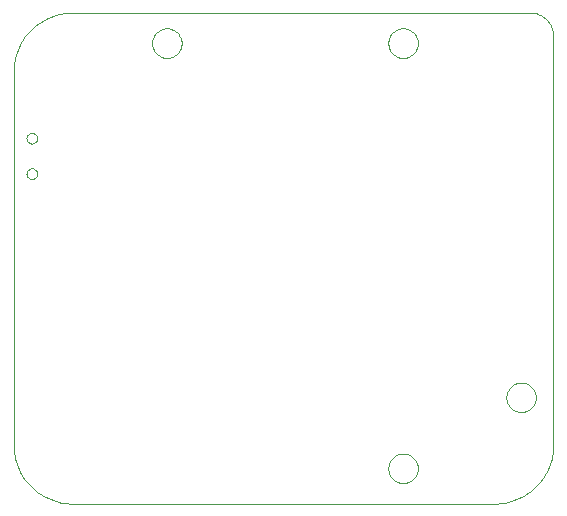
<source format=gm1>
G75*
G70*
%OFA0B0*%
%FSLAX24Y24*%
%IPPOS*%
%LPD*%
%AMOC8*
5,1,8,0,0,1.08239X$1,22.5*
%
%ADD10C,0.0000*%
D10*
X002586Y000785D02*
X016641Y000785D01*
X016641Y000784D02*
X016735Y000786D01*
X016828Y000793D01*
X016921Y000804D01*
X017014Y000820D01*
X017105Y000840D01*
X017196Y000864D01*
X017285Y000892D01*
X017373Y000925D01*
X017459Y000962D01*
X017543Y001003D01*
X017626Y001048D01*
X017706Y001097D01*
X017783Y001149D01*
X017858Y001205D01*
X017930Y001265D01*
X018000Y001328D01*
X018066Y001394D01*
X018129Y001464D01*
X018189Y001536D01*
X018245Y001611D01*
X018297Y001688D01*
X018346Y001769D01*
X018391Y001851D01*
X018432Y001935D01*
X018469Y002021D01*
X018502Y002109D01*
X018530Y002198D01*
X018554Y002289D01*
X018574Y002380D01*
X018590Y002473D01*
X018601Y002566D01*
X018608Y002659D01*
X018610Y002753D01*
X018609Y002753D02*
X018609Y016368D01*
X018607Y016422D01*
X018602Y016475D01*
X018593Y016528D01*
X018580Y016580D01*
X018564Y016632D01*
X018544Y016682D01*
X018521Y016730D01*
X018494Y016777D01*
X018465Y016822D01*
X018432Y016865D01*
X018397Y016905D01*
X018359Y016943D01*
X018319Y016978D01*
X018276Y017011D01*
X018231Y017040D01*
X018184Y017067D01*
X018136Y017090D01*
X018086Y017110D01*
X018034Y017126D01*
X017982Y017139D01*
X017929Y017148D01*
X017876Y017153D01*
X017822Y017155D01*
X002586Y017155D01*
X002492Y017153D01*
X002399Y017146D01*
X002306Y017135D01*
X002213Y017119D01*
X002122Y017099D01*
X002031Y017075D01*
X001942Y017047D01*
X001854Y017014D01*
X001768Y016977D01*
X001684Y016936D01*
X001601Y016891D01*
X001521Y016842D01*
X001444Y016790D01*
X001369Y016734D01*
X001297Y016674D01*
X001227Y016611D01*
X001161Y016545D01*
X001098Y016475D01*
X001038Y016403D01*
X000982Y016328D01*
X000930Y016251D01*
X000881Y016171D01*
X000836Y016088D01*
X000795Y016004D01*
X000758Y015918D01*
X000725Y015830D01*
X000697Y015741D01*
X000673Y015650D01*
X000653Y015559D01*
X000637Y015466D01*
X000626Y015373D01*
X000619Y015280D01*
X000617Y015186D01*
X000617Y002753D01*
X000619Y002659D01*
X000626Y002566D01*
X000637Y002473D01*
X000653Y002380D01*
X000673Y002289D01*
X000697Y002198D01*
X000725Y002109D01*
X000758Y002021D01*
X000795Y001935D01*
X000836Y001851D01*
X000881Y001769D01*
X000930Y001688D01*
X000982Y001611D01*
X001038Y001536D01*
X001098Y001464D01*
X001161Y001394D01*
X001227Y001328D01*
X001297Y001265D01*
X001369Y001205D01*
X001444Y001149D01*
X001521Y001097D01*
X001601Y001048D01*
X001684Y001003D01*
X001768Y000962D01*
X001854Y000925D01*
X001942Y000892D01*
X002031Y000864D01*
X002122Y000840D01*
X002213Y000820D01*
X002306Y000804D01*
X002399Y000793D01*
X002492Y000786D01*
X002586Y000784D01*
X013110Y001963D02*
X013112Y002007D01*
X013118Y002051D01*
X013128Y002094D01*
X013141Y002136D01*
X013159Y002176D01*
X013180Y002215D01*
X013204Y002252D01*
X013231Y002287D01*
X013262Y002319D01*
X013295Y002348D01*
X013331Y002374D01*
X013369Y002396D01*
X013409Y002415D01*
X013450Y002431D01*
X013493Y002443D01*
X013536Y002451D01*
X013580Y002455D01*
X013624Y002455D01*
X013668Y002451D01*
X013711Y002443D01*
X013754Y002431D01*
X013795Y002415D01*
X013835Y002396D01*
X013873Y002374D01*
X013909Y002348D01*
X013942Y002319D01*
X013973Y002287D01*
X014000Y002252D01*
X014024Y002215D01*
X014045Y002176D01*
X014063Y002136D01*
X014076Y002094D01*
X014086Y002051D01*
X014092Y002007D01*
X014094Y001963D01*
X014092Y001919D01*
X014086Y001875D01*
X014076Y001832D01*
X014063Y001790D01*
X014045Y001750D01*
X014024Y001711D01*
X014000Y001674D01*
X013973Y001639D01*
X013942Y001607D01*
X013909Y001578D01*
X013873Y001552D01*
X013835Y001530D01*
X013795Y001511D01*
X013754Y001495D01*
X013711Y001483D01*
X013668Y001475D01*
X013624Y001471D01*
X013580Y001471D01*
X013536Y001475D01*
X013493Y001483D01*
X013450Y001495D01*
X013409Y001511D01*
X013369Y001530D01*
X013331Y001552D01*
X013295Y001578D01*
X013262Y001607D01*
X013231Y001639D01*
X013204Y001674D01*
X013180Y001711D01*
X013159Y001750D01*
X013141Y001790D01*
X013128Y001832D01*
X013118Y001875D01*
X013112Y001919D01*
X013110Y001963D01*
X017047Y004326D02*
X017049Y004370D01*
X017055Y004414D01*
X017065Y004457D01*
X017078Y004499D01*
X017096Y004539D01*
X017117Y004578D01*
X017141Y004615D01*
X017168Y004650D01*
X017199Y004682D01*
X017232Y004711D01*
X017268Y004737D01*
X017306Y004759D01*
X017346Y004778D01*
X017387Y004794D01*
X017430Y004806D01*
X017473Y004814D01*
X017517Y004818D01*
X017561Y004818D01*
X017605Y004814D01*
X017648Y004806D01*
X017691Y004794D01*
X017732Y004778D01*
X017772Y004759D01*
X017810Y004737D01*
X017846Y004711D01*
X017879Y004682D01*
X017910Y004650D01*
X017937Y004615D01*
X017961Y004578D01*
X017982Y004539D01*
X018000Y004499D01*
X018013Y004457D01*
X018023Y004414D01*
X018029Y004370D01*
X018031Y004326D01*
X018029Y004282D01*
X018023Y004238D01*
X018013Y004195D01*
X018000Y004153D01*
X017982Y004113D01*
X017961Y004074D01*
X017937Y004037D01*
X017910Y004002D01*
X017879Y003970D01*
X017846Y003941D01*
X017810Y003915D01*
X017772Y003893D01*
X017732Y003874D01*
X017691Y003858D01*
X017648Y003846D01*
X017605Y003838D01*
X017561Y003834D01*
X017517Y003834D01*
X017473Y003838D01*
X017430Y003846D01*
X017387Y003858D01*
X017346Y003874D01*
X017306Y003893D01*
X017268Y003915D01*
X017232Y003941D01*
X017199Y003970D01*
X017168Y004002D01*
X017141Y004037D01*
X017117Y004074D01*
X017096Y004113D01*
X017078Y004153D01*
X017065Y004195D01*
X017055Y004238D01*
X017049Y004282D01*
X017047Y004326D01*
X013110Y016137D02*
X013112Y016181D01*
X013118Y016225D01*
X013128Y016268D01*
X013141Y016310D01*
X013159Y016350D01*
X013180Y016389D01*
X013204Y016426D01*
X013231Y016461D01*
X013262Y016493D01*
X013295Y016522D01*
X013331Y016548D01*
X013369Y016570D01*
X013409Y016589D01*
X013450Y016605D01*
X013493Y016617D01*
X013536Y016625D01*
X013580Y016629D01*
X013624Y016629D01*
X013668Y016625D01*
X013711Y016617D01*
X013754Y016605D01*
X013795Y016589D01*
X013835Y016570D01*
X013873Y016548D01*
X013909Y016522D01*
X013942Y016493D01*
X013973Y016461D01*
X014000Y016426D01*
X014024Y016389D01*
X014045Y016350D01*
X014063Y016310D01*
X014076Y016268D01*
X014086Y016225D01*
X014092Y016181D01*
X014094Y016137D01*
X014092Y016093D01*
X014086Y016049D01*
X014076Y016006D01*
X014063Y015964D01*
X014045Y015924D01*
X014024Y015885D01*
X014000Y015848D01*
X013973Y015813D01*
X013942Y015781D01*
X013909Y015752D01*
X013873Y015726D01*
X013835Y015704D01*
X013795Y015685D01*
X013754Y015669D01*
X013711Y015657D01*
X013668Y015649D01*
X013624Y015645D01*
X013580Y015645D01*
X013536Y015649D01*
X013493Y015657D01*
X013450Y015669D01*
X013409Y015685D01*
X013369Y015704D01*
X013331Y015726D01*
X013295Y015752D01*
X013262Y015781D01*
X013231Y015813D01*
X013204Y015848D01*
X013180Y015885D01*
X013159Y015924D01*
X013141Y015964D01*
X013128Y016006D01*
X013118Y016049D01*
X013112Y016093D01*
X013110Y016137D01*
X005236Y016137D02*
X005238Y016181D01*
X005244Y016225D01*
X005254Y016268D01*
X005267Y016310D01*
X005285Y016350D01*
X005306Y016389D01*
X005330Y016426D01*
X005357Y016461D01*
X005388Y016493D01*
X005421Y016522D01*
X005457Y016548D01*
X005495Y016570D01*
X005535Y016589D01*
X005576Y016605D01*
X005619Y016617D01*
X005662Y016625D01*
X005706Y016629D01*
X005750Y016629D01*
X005794Y016625D01*
X005837Y016617D01*
X005880Y016605D01*
X005921Y016589D01*
X005961Y016570D01*
X005999Y016548D01*
X006035Y016522D01*
X006068Y016493D01*
X006099Y016461D01*
X006126Y016426D01*
X006150Y016389D01*
X006171Y016350D01*
X006189Y016310D01*
X006202Y016268D01*
X006212Y016225D01*
X006218Y016181D01*
X006220Y016137D01*
X006218Y016093D01*
X006212Y016049D01*
X006202Y016006D01*
X006189Y015964D01*
X006171Y015924D01*
X006150Y015885D01*
X006126Y015848D01*
X006099Y015813D01*
X006068Y015781D01*
X006035Y015752D01*
X005999Y015726D01*
X005961Y015704D01*
X005921Y015685D01*
X005880Y015669D01*
X005837Y015657D01*
X005794Y015649D01*
X005750Y015645D01*
X005706Y015645D01*
X005662Y015649D01*
X005619Y015657D01*
X005576Y015669D01*
X005535Y015685D01*
X005495Y015704D01*
X005457Y015726D01*
X005421Y015752D01*
X005388Y015781D01*
X005357Y015813D01*
X005330Y015848D01*
X005306Y015885D01*
X005285Y015924D01*
X005267Y015964D01*
X005254Y016006D01*
X005244Y016049D01*
X005238Y016093D01*
X005236Y016137D01*
X001050Y012966D02*
X001052Y012992D01*
X001058Y013018D01*
X001068Y013043D01*
X001081Y013066D01*
X001097Y013086D01*
X001117Y013104D01*
X001139Y013119D01*
X001162Y013131D01*
X001188Y013139D01*
X001214Y013143D01*
X001240Y013143D01*
X001266Y013139D01*
X001292Y013131D01*
X001316Y013119D01*
X001337Y013104D01*
X001357Y013086D01*
X001373Y013066D01*
X001386Y013043D01*
X001396Y013018D01*
X001402Y012992D01*
X001404Y012966D01*
X001402Y012940D01*
X001396Y012914D01*
X001386Y012889D01*
X001373Y012866D01*
X001357Y012846D01*
X001337Y012828D01*
X001315Y012813D01*
X001292Y012801D01*
X001266Y012793D01*
X001240Y012789D01*
X001214Y012789D01*
X001188Y012793D01*
X001162Y012801D01*
X001138Y012813D01*
X001117Y012828D01*
X001097Y012846D01*
X001081Y012866D01*
X001068Y012889D01*
X001058Y012914D01*
X001052Y012940D01*
X001050Y012966D01*
X001050Y011785D02*
X001052Y011811D01*
X001058Y011837D01*
X001068Y011862D01*
X001081Y011885D01*
X001097Y011905D01*
X001117Y011923D01*
X001139Y011938D01*
X001162Y011950D01*
X001188Y011958D01*
X001214Y011962D01*
X001240Y011962D01*
X001266Y011958D01*
X001292Y011950D01*
X001316Y011938D01*
X001337Y011923D01*
X001357Y011905D01*
X001373Y011885D01*
X001386Y011862D01*
X001396Y011837D01*
X001402Y011811D01*
X001404Y011785D01*
X001402Y011759D01*
X001396Y011733D01*
X001386Y011708D01*
X001373Y011685D01*
X001357Y011665D01*
X001337Y011647D01*
X001315Y011632D01*
X001292Y011620D01*
X001266Y011612D01*
X001240Y011608D01*
X001214Y011608D01*
X001188Y011612D01*
X001162Y011620D01*
X001138Y011632D01*
X001117Y011647D01*
X001097Y011665D01*
X001081Y011685D01*
X001068Y011708D01*
X001058Y011733D01*
X001052Y011759D01*
X001050Y011785D01*
M02*

</source>
